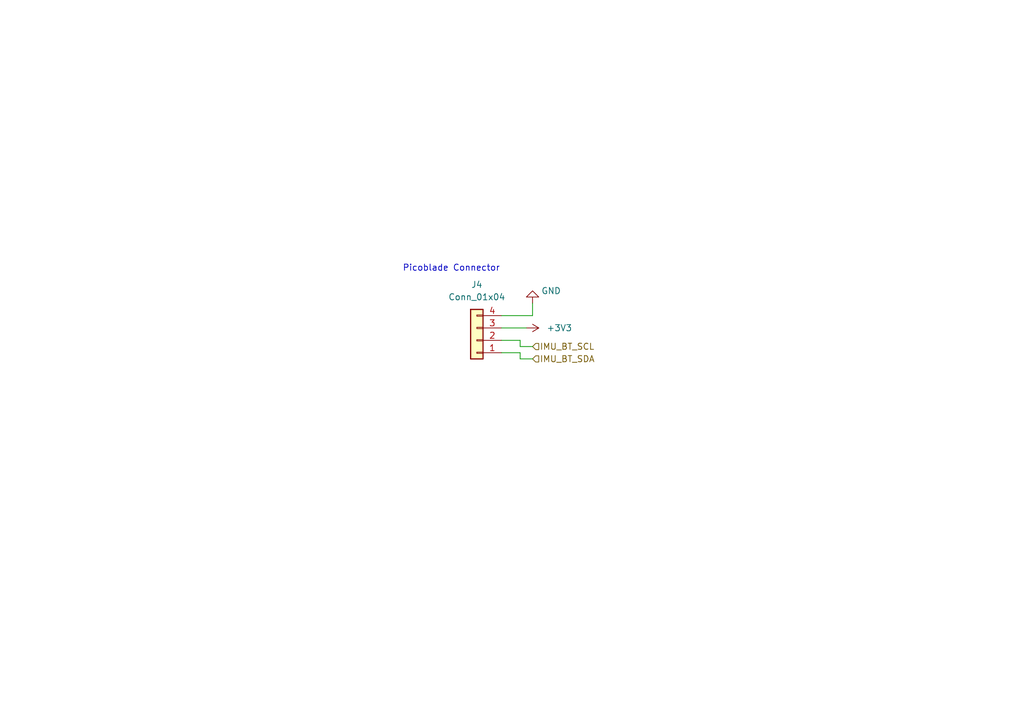
<source format=kicad_sch>
(kicad_sch (version 20211123) (generator eeschema)
  (paper "A5")
  (lib_symbols
    (symbol "Connector_Generic:Conn_01x04" (pin_names (offset 1.016) hide)
      (property "Reference" "J" (at 0 5.08 0))
      (property "Value" "Conn_01x04" (at 0 -7.62 0))
      (symbol "Conn_01x04_1_1"
        (rectangle (start -1.27 -4.953) (end 0 -5.207) (stroke (width 0.1524)))
        (rectangle (start -1.27 -2.413) (end 0 -2.667) (stroke (width 0.1524)))
        (rectangle (start -1.27 0.127) (end 0 -0.127) (stroke (width 0.1524)))
        (rectangle (start -1.27 2.667) (end 0 2.413) (stroke (width 0.1524)))
        (rectangle (start -1.27 3.81) (end 1.27 -6.35) (stroke (width 0.254)) (fill (type background)))
        (pin passive line (at -5.08 2.54 0) (length 3.81) (name "Pin_1") (number "1"))
        (pin passive line (at -5.08 0 0) (length 3.81) (name "Pin_2") (number "2"))
        (pin passive line (at -5.08 -2.54 0) (length 3.81) (name "Pin_3") (number "3"))
        (pin passive line (at -5.08 -5.08 0) (length 3.81) (name "Pin_4") (number "4"))
      )
    )
    (symbol "power:+3.3V" (power) (pin_names (offset 0))
      (property "Value" "+3.3V" (at 0 3.556 0))
      (symbol "+3.3V_0_1"
        (polyline (pts (xy -0.762 1.27) (xy 0 2.54)))
        (polyline (pts (xy 0 0) (xy 0 2.54)))
        (polyline (pts (xy 0 2.54) (xy 0.762 1.27)))
      )
      (symbol "+3.3V_1_1"
        (pin power_in line (at 0 0 90) (length 0) hide (name "+3V3") (number "1"))
      )
    )
    (symbol "power:GND" (power) (pin_names (offset 0))
      (property "Value" "GND" (at 0 -3.81 0))
      (symbol "GND_0_1"
        (polyline (pts (xy 0 0) (xy 0 -1.27) (xy 1.27 -1.27) (xy 0 -2.54) (xy -1.27 -1.27) (xy 0 -1.27)))
      )
      (symbol "GND_1_1"
        (pin power_in line (at 0 0 270) (length 0) hide (name "GND") (number "1"))
      )
    )
  )
  (wire (pts (xy 102.87 69.85) (xy 106.68 69.85)))
  (wire (pts (xy 106.68 69.85) (xy 106.68 71.12)))
  (wire (pts (xy 106.68 71.12) (xy 109.22 71.12)))
  (wire (pts (xy 109.22 64.77) (xy 102.87 64.77)))
  (wire (pts (xy 109.22 62.23) (xy 109.22 64.77)))
  (wire (pts (xy 102.87 72.39) (xy 106.68 72.39)))
  (wire (pts (xy 106.68 73.66) (xy 109.22 73.66)))
  (wire (pts (xy 106.68 72.39) (xy 106.68 73.66)))
  (wire (pts (xy 102.87 67.31) (xy 107.95 67.31)))
  (text "Picoblade Connector" (at 82.55 55.88 0) (effects (font (size 1.27 1.27)) (justify left bottom)))
  (hierarchical_label "IMU_BT_SCL" (shape input) (at 109.22 71.12 0))
  (hierarchical_label "IMU_BT_SDA" (shape input) (at 109.22 73.66 0))
  (symbol (lib_id "power:GND") (at 109.22 62.23 180) (unit 1)
    (property "Reference" "#PWR036" (effects hide))
    (property "Value" "GND" (at 113.03 59.69 0))
  )
  (symbol (lib_id "Connector_Generic:Conn_01x04") (at 97.79 69.85 180) (unit 1)
    (property "Reference" "J4" (at 97.79 58.42 0))
    (property "Value" "Conn_01x04" (at 97.79 60.96 0))
    (property "Footprint" "PicoBladeLib:MOLEX_533980471" (effects hide))
  )
  (symbol (lib_id "power:+3.3V") (at 107.95 67.31 270) (unit 1)
    (property "Reference" "#PWR035" (effects hide))
    (property "Value" "+3.3V" (at 112.0648 67.3099 90) (effects (justify left)))
  )
)
</source>
